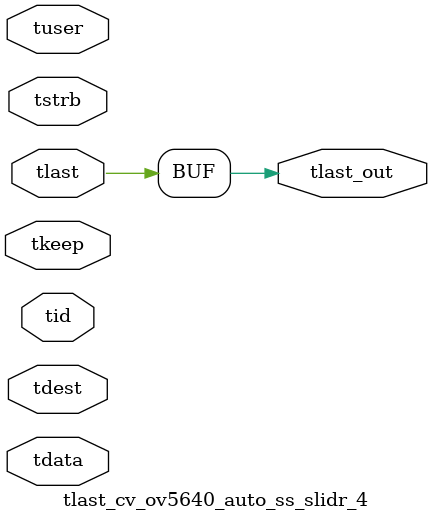
<source format=v>


`timescale 1ps/1ps

module tlast_cv_ov5640_auto_ss_slidr_4 #
(
parameter C_S_AXIS_TID_WIDTH   = 1,
parameter C_S_AXIS_TUSER_WIDTH = 0,
parameter C_S_AXIS_TDATA_WIDTH = 0,
parameter C_S_AXIS_TDEST_WIDTH = 0
)
(
input  [(C_S_AXIS_TID_WIDTH   == 0 ? 1 : C_S_AXIS_TID_WIDTH)-1:0       ] tid,
input  [(C_S_AXIS_TDATA_WIDTH == 0 ? 1 : C_S_AXIS_TDATA_WIDTH)-1:0     ] tdata,
input  [(C_S_AXIS_TUSER_WIDTH == 0 ? 1 : C_S_AXIS_TUSER_WIDTH)-1:0     ] tuser,
input  [(C_S_AXIS_TDEST_WIDTH == 0 ? 1 : C_S_AXIS_TDEST_WIDTH)-1:0     ] tdest,
input  [(C_S_AXIS_TDATA_WIDTH/8)-1:0 ] tkeep,
input  [(C_S_AXIS_TDATA_WIDTH/8)-1:0 ] tstrb,
input  [0:0]                                                             tlast,
output                                                                   tlast_out
);

assign tlast_out = {tlast};

endmodule


</source>
